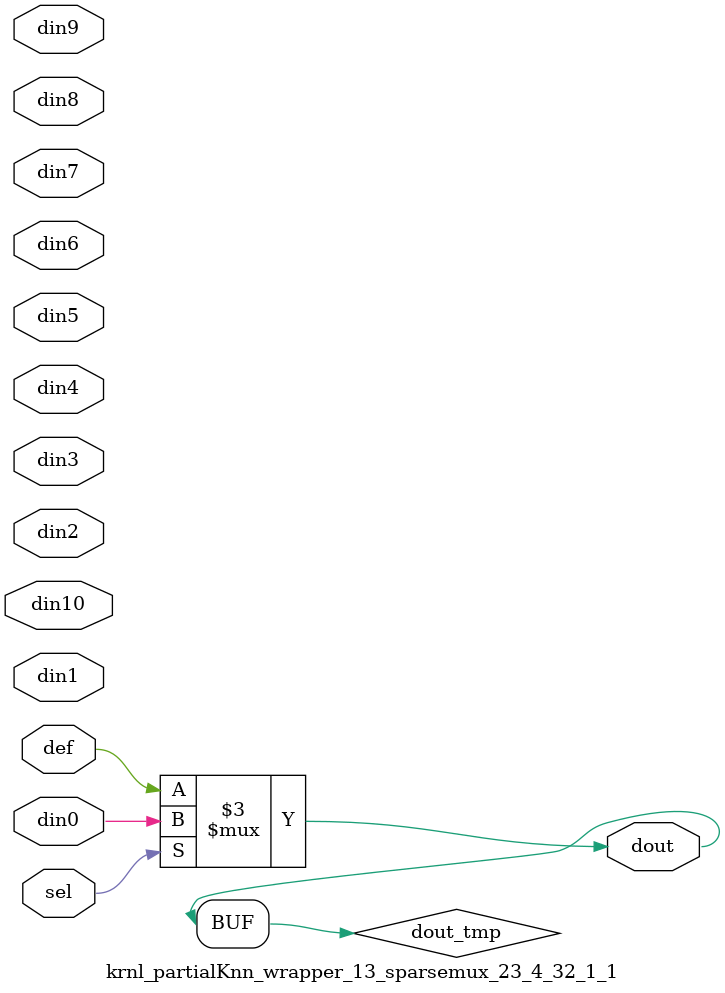
<source format=v>
`timescale 1 ns / 1 ps
module krnl_partialKnn_wrapper_13_sparsemux_23_4_32_1_1 (din0,din1,din2,din3,din4,din5,din6,din7,din8,din9,din10,def,sel,dout);
parameter din0_WIDTH = 1;
parameter din1_WIDTH = 1;
parameter din2_WIDTH = 1;
parameter din3_WIDTH = 1;
parameter din4_WIDTH = 1;
parameter din5_WIDTH = 1;
parameter din6_WIDTH = 1;
parameter din7_WIDTH = 1;
parameter din8_WIDTH = 1;
parameter din9_WIDTH = 1;
parameter din10_WIDTH = 1;
parameter def_WIDTH = 1;
parameter sel_WIDTH = 1;
parameter dout_WIDTH = 1;
parameter [sel_WIDTH-1:0] CASE0 = 1;
parameter [sel_WIDTH-1:0] CASE1 = 1;
parameter [sel_WIDTH-1:0] CASE2 = 1;
parameter [sel_WIDTH-1:0] CASE3 = 1;
parameter [sel_WIDTH-1:0] CASE4 = 1;
parameter [sel_WIDTH-1:0] CASE5 = 1;
parameter [sel_WIDTH-1:0] CASE6 = 1;
parameter [sel_WIDTH-1:0] CASE7 = 1;
parameter [sel_WIDTH-1:0] CASE8 = 1;
parameter [sel_WIDTH-1:0] CASE9 = 1;
parameter [sel_WIDTH-1:0] CASE10 = 1;
parameter ID = 1;
parameter NUM_STAGE = 1;
input [din0_WIDTH-1:0] din0;
input [din1_WIDTH-1:0] din1;
input [din2_WIDTH-1:0] din2;
input [din3_WIDTH-1:0] din3;
input [din4_WIDTH-1:0] din4;
input [din5_WIDTH-1:0] din5;
input [din6_WIDTH-1:0] din6;
input [din7_WIDTH-1:0] din7;
input [din8_WIDTH-1:0] din8;
input [din9_WIDTH-1:0] din9;
input [din10_WIDTH-1:0] din10;
input [def_WIDTH-1:0] def;
input [sel_WIDTH-1:0] sel;
output [dout_WIDTH-1:0] dout;
reg [dout_WIDTH-1:0] dout_tmp;
always @ (*) begin
case (sel)
    
    CASE0 : dout_tmp = din0;
    
    CASE1 : dout_tmp = din1;
    
    CASE2 : dout_tmp = din2;
    
    CASE3 : dout_tmp = din3;
    
    CASE4 : dout_tmp = din4;
    
    CASE5 : dout_tmp = din5;
    
    CASE6 : dout_tmp = din6;
    
    CASE7 : dout_tmp = din7;
    
    CASE8 : dout_tmp = din8;
    
    CASE9 : dout_tmp = din9;
    
    CASE10 : dout_tmp = din10;
    
    default : dout_tmp = def;
endcase
end
assign dout = dout_tmp;
endmodule
</source>
